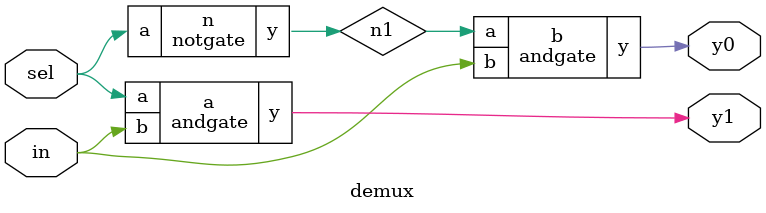
<source format=v>
module andgate(y,a,b);
    input a,b;
    output y;
    assign y = a & b;
endmodule

module notgate (y,a);
    input a;
    output y;
    assign y = !a;
endmodule

module demux (input wire sel, in, output wire y0,y1);
    wire n1;
    andgate a(y1, sel, in);
    notgate n(n1, sel);
    andgate b(y0, n1, in);
endmodule
</source>
